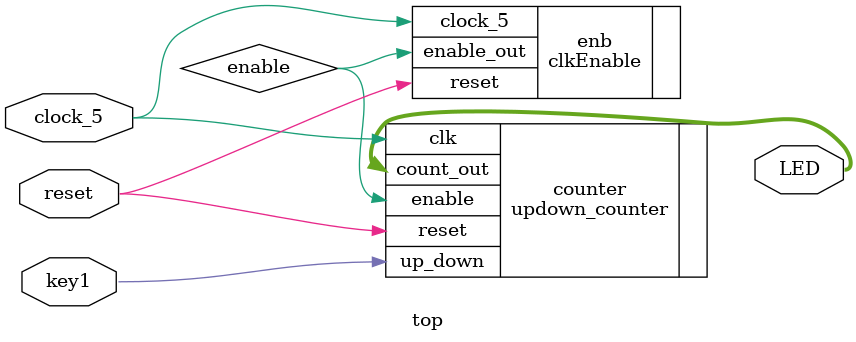
<source format=v>

module top 
(
							input clock_5,
							input reset,
							input key1,
							output wire [7:0] LED
				
				);
				
wire enable;
wire [7:0] count;
 
clkEnable enb(
	.clock_5(clock_5),
	.reset(reset),
	.enable_out(enable)
	);
	
updown_counter counter(.up_down(key1), .clk(clock_5), .enable(enable), .reset(reset), .count_out(LED));

endmodule

</source>
